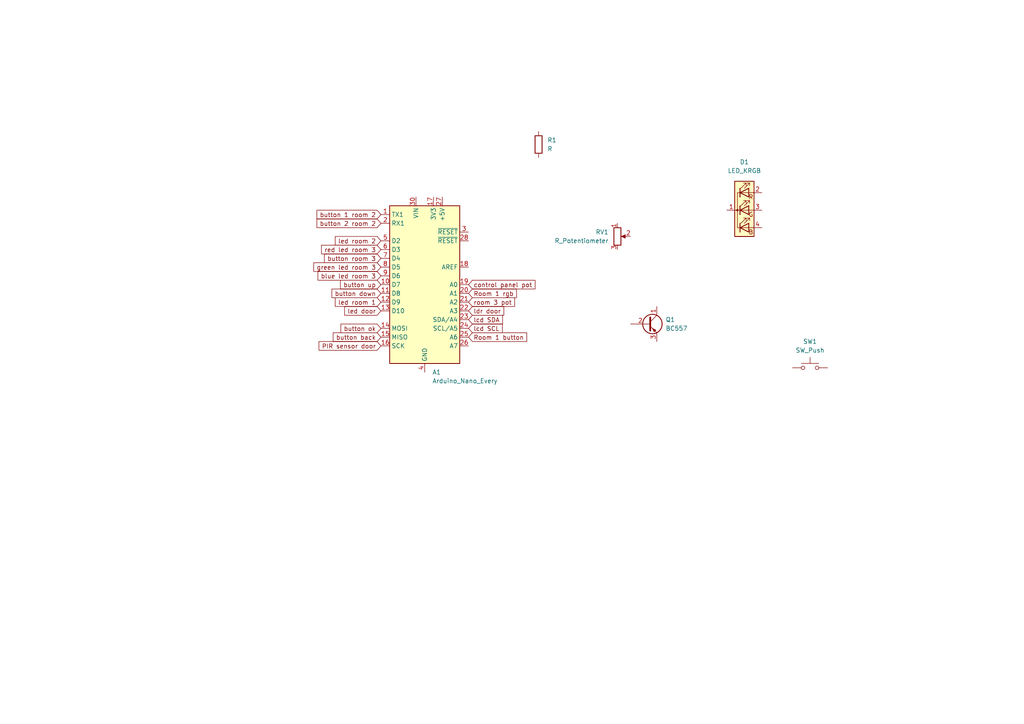
<source format=kicad_sch>
(kicad_sch (version 20231120) (generator "eeschema") (generator_version "8.0")
  (paper "A4")
  (lib_symbols
    (symbol "Device:LED_KRGB" (pin_names (offset 0) hide)
      (property "Reference" "D" (at 0 9.398 0))
      (property "Value" "LED_KRGB" (at 0 -8.89 0))
      (symbol "LED_KRGB_0_0"
        (text "B" (at 1.905 -6.35 0) (effects (font (size 1.27 1.27))))
        (text "G" (at 1.905 -1.27 0) (effects (font (size 1.27 1.27))))
        (text "R" (at 1.905 3.81 0) (effects (font (size 1.27 1.27))))
      )
      (symbol "LED_KRGB_0_1"
        (circle (center -2.032 0) (radius 0.254) (fill (type outline)))
        (polyline (pts (xy -1.27 -5.08) (xy 1.27 -5.08)))
        (polyline (pts (xy -1.27 -3.81) (xy -1.27 -6.35)) (stroke (width 0.254)))
        (polyline (pts (xy -1.27 0) (xy -2.54 0)))
        (polyline (pts (xy -1.27 1.27) (xy -1.27 -1.27)) (stroke (width 0.254)))
        (polyline (pts (xy -1.27 5.08) (xy 1.27 5.08)))
        (polyline (pts (xy -1.27 6.35) (xy -1.27 3.81)) (stroke (width 0.254)))
        (polyline (pts (xy 1.27 -5.08) (xy 2.54 -5.08)))
        (polyline (pts (xy 1.27 0) (xy -1.27 0)))
        (polyline (pts (xy 1.27 0) (xy 2.54 0)))
        (polyline (pts (xy 1.27 5.08) (xy 2.54 5.08)))
        (polyline (pts (xy -1.27 1.27) (xy -1.27 -1.27) (xy -1.27 -1.27)))
        (polyline (pts (xy -1.27 6.35) (xy -1.27 3.81) (xy -1.27 3.81)))
        (polyline (pts (xy -1.27 5.08) (xy -2.032 5.08) (xy -2.032 -5.08) (xy -1.016 -5.08)))
        (polyline (pts (xy 1.27 -3.81) (xy 1.27 -6.35) (xy -1.27 -5.08) (xy 1.27 -3.81)) (stroke (width 0.254)))
        (polyline (pts (xy 1.27 1.27) (xy 1.27 -1.27) (xy -1.27 0) (xy 1.27 1.27)) (stroke (width 0.254)))
        (polyline (pts (xy 1.27 6.35) (xy 1.27 3.81) (xy -1.27 5.08) (xy 1.27 6.35)) (stroke (width 0.254)))
        (polyline (pts (xy -1.016 -3.81) (xy 0.508 -2.286) (xy -0.254 -2.286) (xy 0.508 -2.286) (xy 0.508 -3.048)))
        (polyline (pts (xy -1.016 1.27) (xy 0.508 2.794) (xy -0.254 2.794) (xy 0.508 2.794) (xy 0.508 2.032)))
        (polyline (pts (xy -1.016 6.35) (xy 0.508 7.874) (xy -0.254 7.874) (xy 0.508 7.874) (xy 0.508 7.112)))
        (polyline (pts (xy 0 -3.81) (xy 1.524 -2.286) (xy 0.762 -2.286) (xy 1.524 -2.286) (xy 1.524 -3.048)))
        (polyline (pts (xy 0 1.27) (xy 1.524 2.794) (xy 0.762 2.794) (xy 1.524 2.794) (xy 1.524 2.032)))
        (polyline (pts (xy 0 6.35) (xy 1.524 7.874) (xy 0.762 7.874) (xy 1.524 7.874) (xy 1.524 7.112)))
        (rectangle (start 1.27 -1.27) (end 1.27 1.27))
        (rectangle (start 1.27 1.27) (end 1.27 1.27))
        (rectangle (start 1.27 3.81) (end 1.27 6.35))
        (rectangle (start 1.27 6.35) (end 1.27 6.35))
        (rectangle (start 2.794 8.382) (end -2.794 -7.62) (stroke (width 0.254)) (fill (type background)))
      )
      (symbol "LED_KRGB_1_1"
        (pin passive line (at -5.08 0 0) (length 2.54) (name "K") (number "1"))
        (pin passive line (at 5.08 5.08 180) (length 2.54) (name "RA") (number "2"))
        (pin passive line (at 5.08 0 180) (length 2.54) (name "GA") (number "3"))
        (pin passive line (at 5.08 -5.08 180) (length 2.54) (name "BA") (number "4"))
      )
    )
    (symbol "Device:R" (pin_numbers hide) (pin_names (offset 0))
      (property "Reference" "R" (at 2.032 0 90))
      (property "Value" "R" (at 0 0 90))
      (symbol "R_0_1"
        (rectangle (start -1.016 -2.54) (end 1.016 2.54) (stroke (width 0.254)))
      )
      (symbol "R_1_1"
        (pin passive line (at 0 3.81 270) (length 1.27) (name "~") (number "1"))
        (pin passive line (at 0 -3.81 90) (length 1.27) (name "~") (number "2"))
      )
    )
    (symbol "Device:R_Potentiometer" (pin_names (offset 1.016) hide)
      (property "Reference" "RV" (at -4.445 0 90))
      (property "Value" "R_Potentiometer" (at -2.54 0 90))
      (symbol "R_Potentiometer_0_1"
        (polyline (pts (xy 2.54 0) (xy 1.524 0)))
        (polyline (pts (xy 1.143 0) (xy 2.286 0.508) (xy 2.286 -0.508) (xy 1.143 0)) (fill (type outline)))
        (rectangle (start 1.016 2.54) (end -1.016 -2.54) (stroke (width 0.254)))
      )
      (symbol "R_Potentiometer_1_1"
        (pin passive line (at 0 3.81 270) (length 1.27) (name "1") (number "1"))
        (pin passive line (at 3.81 0 180) (length 1.27) (name "2") (number "2"))
        (pin passive line (at 0 -3.81 90) (length 1.27) (name "3") (number "3"))
      )
    )
    (symbol "MCU_Module:Arduino_Nano_Every"
      (property "Reference" "A" (at -10.16 23.495 0))
      (property "Value" "Arduino_Nano_Every" (at 5.08 -24.13 0))
      (symbol "Arduino_Nano_Every_0_1"
        (rectangle (start -10.16 22.86) (end 10.16 -22.86) (stroke (width 0.254)) (fill (type background)))
      )
      (symbol "Arduino_Nano_Every_1_1"
        (pin bidirectional line (at -12.7 20.32 0) (length 2.54) (name "TX1") (number "1"))
        (pin bidirectional line (at -12.7 0 0) (length 2.54) (name "D7") (number "10"))
        (pin bidirectional line (at -12.7 -2.54 0) (length 2.54) (name "D8") (number "11"))
        (pin bidirectional line (at -12.7 -5.08 0) (length 2.54) (name "D9") (number "12"))
        (pin bidirectional line (at -12.7 -7.62 0) (length 2.54) (name "D10") (number "13"))
        (pin bidirectional line (at -12.7 -12.7 0) (length 2.54) (name "MOSI") (number "14"))
        (pin bidirectional line (at -12.7 -15.24 0) (length 2.54) (name "MISO") (number "15"))
        (pin bidirectional line (at -12.7 -17.78 0) (length 2.54) (name "SCK") (number "16"))
        (pin power_out line (at 2.54 25.4 270) (length 2.54) (name "3V3") (number "17"))
        (pin input line (at 12.7 5.08 180) (length 2.54) (name "AREF") (number "18"))
        (pin bidirectional line (at 12.7 0 180) (length 2.54) (name "A0") (number "19"))
        (pin bidirectional line (at -12.7 17.78 0) (length 2.54) (name "RX1") (number "2"))
        (pin bidirectional line (at 12.7 -2.54 180) (length 2.54) (name "A1") (number "20"))
        (pin bidirectional line (at 12.7 -5.08 180) (length 2.54) (name "A2") (number "21"))
        (pin bidirectional line (at 12.7 -7.62 180) (length 2.54) (name "A3") (number "22"))
        (pin bidirectional line (at 12.7 -10.16 180) (length 2.54) (name "SDA/A4") (number "23"))
        (pin bidirectional line (at 12.7 -12.7 180) (length 2.54) (name "SCL/A5") (number "24"))
        (pin bidirectional line (at 12.7 -15.24 180) (length 2.54) (name "A6") (number "25"))
        (pin bidirectional line (at 12.7 -17.78 180) (length 2.54) (name "A7") (number "26"))
        (pin power_out line (at 5.08 25.4 270) (length 2.54) (name "+5V") (number "27"))
        (pin input line (at 12.7 12.7 180) (length 2.54) (name "~{RESET}") (number "28"))
        (pin passive line (at 0 -25.4 90) (length 2.54) hide (name "GND") (number "29"))
        (pin input line (at 12.7 15.24 180) (length 2.54) (name "~{RESET}") (number "3"))
        (pin power_in line (at -2.54 25.4 270) (length 2.54) (name "VIN") (number "30"))
        (pin power_in line (at 0 -25.4 90) (length 2.54) (name "GND") (number "4"))
        (pin bidirectional line (at -12.7 12.7 0) (length 2.54) (name "D2") (number "5"))
        (pin bidirectional line (at -12.7 10.16 0) (length 2.54) (name "D3") (number "6"))
        (pin bidirectional line (at -12.7 7.62 0) (length 2.54) (name "D4") (number "7"))
        (pin bidirectional line (at -12.7 5.08 0) (length 2.54) (name "D5") (number "8"))
        (pin bidirectional line (at -12.7 2.54 0) (length 2.54) (name "D6") (number "9"))
      )
    )
    (symbol "Switch:SW_Push" (pin_numbers hide) (pin_names (offset 1.016) hide)
      (property "Reference" "SW" (at 1.27 2.54 0))
      (property "Value" "SW_Push" (at 0 -1.524 0))
      (symbol "SW_Push_0_1"
        (circle (center -2.032 0) (radius 0.508))
        (polyline (pts (xy 0 1.27) (xy 0 3.048)))
        (polyline (pts (xy 2.54 1.27) (xy -2.54 1.27)))
        (circle (center 2.032 0) (radius 0.508))
        (pin passive line (at -5.08 0 0) (length 2.54) (name "1") (number "1"))
        (pin passive line (at 5.08 0 180) (length 2.54) (name "2") (number "2"))
      )
    )
    (symbol "Transistor_BJT:BC557" (pin_names (offset 0) hide)
      (property "Reference" "Q" (at 5.08 1.905 0))
      (property "Value" "BC557" (at 5.08 0 0))
      (symbol "BC557_0_1"
        (polyline (pts (xy 0.635 0.635) (xy 2.54 2.54)))
        (polyline (pts (xy 0.635 -0.635) (xy 2.54 -2.54) (xy 2.54 -2.54)))
        (polyline (pts (xy 0.635 1.905) (xy 0.635 -1.905) (xy 0.635 -1.905)) (stroke (width 0.508)))
        (polyline (pts (xy 2.286 -1.778) (xy 1.778 -2.286) (xy 1.27 -1.27) (xy 2.286 -1.778) (xy 2.286 -1.778)) (fill (type outline)))
        (circle (center 1.27 0) (radius 2.8194) (stroke (width 0.254)))
      )
      (symbol "BC557_1_1"
        (pin passive line (at 2.54 5.08 270) (length 2.54) (name "C") (number "1"))
        (pin input line (at -5.08 0 0) (length 5.715) (name "B") (number "2"))
        (pin passive line (at 2.54 -5.08 90) (length 2.54) (name "E") (number "3"))
      )
    )
  )
  (global_label "led room 2" (shape input) (at 110.49 69.85 180) (property "Intersheetrefs" "${INTERSHEET_REFS}" (effects (hide yes))))
  (global_label "room 3 pot" (shape input) (at 135.89 87.63 0) (property "Intersheetrefs" "${INTERSHEET_REFS}" (effects (hide yes))))
  (global_label "ldr door" (shape input) (at 135.89 90.17 0) (property "Intersheetrefs" "${INTERSHEET_REFS}" (effects (hide yes))))
  (global_label "Room 1 rgb" (shape input) (at 135.89 85.09 0) (property "Intersheetrefs" "${INTERSHEET_REFS}" (effects (hide yes))))
  (global_label "PIR sensor door" (shape input) (at 110.49 100.33 180) (property "Intersheetrefs" "${INTERSHEET_REFS}" (effects (hide yes))))
  (global_label "led room 1" (shape input) (at 110.49 87.63 180) (property "Intersheetrefs" "${INTERSHEET_REFS}" (effects (hide yes))))
  (global_label "lcd SDA" (shape input) (at 135.89 92.71 0) (property "Intersheetrefs" "${INTERSHEET_REFS}" (effects (hide yes))))
  (global_label "lcd SCL" (shape input) (at 135.89 95.25 0) (property "Intersheetrefs" "${INTERSHEET_REFS}" (effects (hide yes))))
  (global_label "button room 3" (shape input) (at 110.49 74.93 180) (property "Intersheetrefs" "${INTERSHEET_REFS}" (effects (hide yes))))
  (global_label "button ok" (shape input) (at 110.49 95.25 180) (property "Intersheetrefs" "${INTERSHEET_REFS}" (effects (hide yes))))
  (global_label "button 2 room 2" (shape input) (at 110.49 64.77 180) (property "Intersheetrefs" "${INTERSHEET_REFS}" (effects (hide yes))))
  (global_label "button back" (shape input) (at 110.49 97.79 180) (property "Intersheetrefs" "${INTERSHEET_REFS}" (effects (hide yes))))
  (global_label "led door" (shape input) (at 110.49 90.17 180) (property "Intersheetrefs" "${INTERSHEET_REFS}" (effects (hide yes))))
  (global_label "button up" (shape input) (at 110.49 82.55 180) (property "Intersheetrefs" "${INTERSHEET_REFS}" (effects (hide yes))))
  (global_label "Room 1 button" (shape input) (at 135.89 97.79 0) (property "Intersheetrefs" "${INTERSHEET_REFS}" (effects (hide yes))))
  (global_label "button down" (shape input) (at 110.49 85.09 180) (property "Intersheetrefs" "${INTERSHEET_REFS}" (effects (hide yes))))
  (global_label "blue led room 3" (shape input) (at 110.49 80.01 180) (property "Intersheetrefs" "${INTERSHEET_REFS}" (effects (hide yes))))
  (global_label "control panel pot" (shape input) (at 135.89 82.55 0) (property "Intersheetrefs" "${INTERSHEET_REFS}" (effects (hide yes))))
  (global_label "green led room 3" (shape input) (at 110.49 77.47 180) (property "Intersheetrefs" "${INTERSHEET_REFS}" (effects (hide yes))))
  (global_label "button 1 room 2" (shape input) (at 110.49 62.23 180) (property "Intersheetrefs" "${INTERSHEET_REFS}" (effects (hide yes))))
  (global_label "red led room 3" (shape input) (at 110.49 72.39 180) (property "Intersheetrefs" "${INTERSHEET_REFS}" (effects (hide yes))))
  (symbol (lib_id "Switch:SW_Push") (at 234.95 106.68 0) (unit 1)
    (property "Reference" "SW1" (at 234.95 99.06 0))
    (property "Value" "SW_Push" (at 234.95 101.6 0))
    (property "Description" "Push button switch, generic, two pins" (effects (hide yes)))
  )
  (symbol (lib_id "Transistor_BJT:BC557") (at 187.96 93.98 0) (unit 1)
    (property "Reference" "Q1" (at 193.04 92.7099 0) (effects (justify left)))
    (property "Value" "BC557" (at 193.04 95.2499 0) (effects (justify left)))
    (property "Footprint" "Package_TO_SOT_THT:TO-92_Inline" (effects (hide yes)))
    (property "Datasheet" "https://www.onsemi.com/pub/Collateral/BC556BTA-D.pdf" (effects (hide yes)))
    (property "Description" "0.1A Ic, 45V Vce, PNP Small Signal Transistor, TO-92" (effects (hide yes)))
  )
  (symbol (lib_id "Device:LED_KRGB") (at 215.9 60.96 0) (unit 1)
    (property "Reference" "D1" (at 215.9 46.99 0))
    (property "Value" "LED_KRGB" (at 215.9 49.53 0))
    (property "Description" "RGB LED, cathode/red/green/blue" (effects (hide yes)))
  )
  (symbol (lib_id "MCU_Module:Arduino_Nano_Every") (at 123.19 82.55 0) (unit 1)
    (property "Reference" "A1" (at 125.3841 107.95 0) (effects (justify left)))
    (property "Value" "Arduino_Nano_Every" (at 125.3841 110.49 0) (effects (justify left)))
    (property "Footprint" "Module:Arduino_Nano" (effects (hide yes)))
    (property "Datasheet" "https://content.arduino.cc/assets/NANOEveryV3.0_sch.pdf" (effects (hide yes)))
    (property "Description" "Arduino Nano Every" (effects (hide yes)))
  )
  (symbol (lib_id "Device:R") (at 156.21 41.91 0) (unit 1)
    (property "Reference" "R1" (at 158.75 40.6399 0) (effects (justify left)))
    (property "Value" "R" (at 158.75 43.1799 0) (effects (justify left)))
    (property "Description" "Resistor" (effects (hide yes)))
  )
  (symbol (lib_id "Device:R_Potentiometer") (at 179.07 68.58 0) (unit 1)
    (property "Reference" "RV1" (at 176.53 67.3099 0) (effects (justify right)))
    (property "Value" "R_Potentiometer" (at 176.53 69.8499 0) (effects (justify right)))
    (property "Description" "Potentiometer" (effects (hide yes)))
  )
)
</source>
